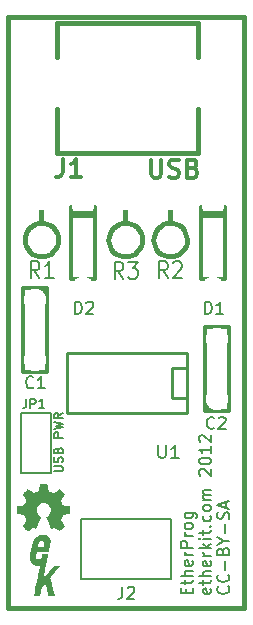
<source format=gto>
G04 (created by PCBNEW-RS274X (2011-nov-30)-testing) date Tue 10 Apr 2012 11:35:02 PM PDT*
G01*
G70*
G90*
%MOIN*%
G04 Gerber Fmt 3.4, Leading zero omitted, Abs format*
%FSLAX34Y34*%
G04 APERTURE LIST*
%ADD10C,0.006000*%
%ADD11C,0.005900*%
%ADD12C,0.015000*%
%ADD13C,0.012000*%
%ADD14C,0.010000*%
%ADD15C,0.000100*%
%ADD16C,0.008000*%
%ADD17R,0.080000X0.080000*%
%ADD18C,0.080000*%
%ADD19C,0.075000*%
%ADD20R,0.075000X0.075000*%
%ADD21C,0.075100*%
%ADD22C,0.149900*%
G04 APERTURE END LIST*
G54D10*
G54D11*
X64992Y-34945D02*
X64992Y-34814D01*
X65198Y-34758D02*
X65198Y-34945D01*
X64804Y-34945D01*
X64804Y-34758D01*
X64936Y-34645D02*
X64936Y-34495D01*
X64804Y-34589D02*
X65142Y-34589D01*
X65180Y-34570D01*
X65198Y-34533D01*
X65198Y-34495D01*
X65198Y-34364D02*
X64804Y-34364D01*
X65198Y-34195D02*
X64992Y-34195D01*
X64955Y-34214D01*
X64936Y-34252D01*
X64936Y-34308D01*
X64955Y-34345D01*
X64973Y-34364D01*
X65180Y-33858D02*
X65198Y-33896D01*
X65198Y-33971D01*
X65180Y-34008D01*
X65142Y-34027D01*
X64992Y-34027D01*
X64955Y-34008D01*
X64936Y-33971D01*
X64936Y-33896D01*
X64955Y-33858D01*
X64992Y-33839D01*
X65030Y-33839D01*
X65067Y-34027D01*
X65198Y-33670D02*
X64936Y-33670D01*
X65011Y-33670D02*
X64973Y-33651D01*
X64955Y-33633D01*
X64936Y-33595D01*
X64936Y-33558D01*
X65198Y-33426D02*
X64804Y-33426D01*
X64804Y-33276D01*
X64823Y-33239D01*
X64842Y-33220D01*
X64880Y-33201D01*
X64936Y-33201D01*
X64973Y-33220D01*
X64992Y-33239D01*
X65011Y-33276D01*
X65011Y-33426D01*
X65198Y-33032D02*
X64936Y-33032D01*
X65011Y-33032D02*
X64973Y-33013D01*
X64955Y-32995D01*
X64936Y-32957D01*
X64936Y-32920D01*
X65198Y-32732D02*
X65180Y-32769D01*
X65161Y-32788D01*
X65123Y-32807D01*
X65011Y-32807D01*
X64973Y-32788D01*
X64955Y-32769D01*
X64936Y-32732D01*
X64936Y-32676D01*
X64955Y-32638D01*
X64973Y-32619D01*
X65011Y-32601D01*
X65123Y-32601D01*
X65161Y-32619D01*
X65180Y-32638D01*
X65198Y-32676D01*
X65198Y-32732D01*
X64936Y-32263D02*
X65255Y-32263D01*
X65292Y-32282D01*
X65311Y-32301D01*
X65330Y-32338D01*
X65330Y-32395D01*
X65311Y-32432D01*
X65180Y-32263D02*
X65198Y-32301D01*
X65198Y-32376D01*
X65180Y-32413D01*
X65161Y-32432D01*
X65123Y-32451D01*
X65011Y-32451D01*
X64973Y-32432D01*
X64955Y-32413D01*
X64936Y-32376D01*
X64936Y-32301D01*
X64955Y-32263D01*
X65790Y-34795D02*
X65808Y-34833D01*
X65808Y-34908D01*
X65790Y-34945D01*
X65752Y-34964D01*
X65602Y-34964D01*
X65565Y-34945D01*
X65546Y-34908D01*
X65546Y-34833D01*
X65565Y-34795D01*
X65602Y-34776D01*
X65640Y-34776D01*
X65677Y-34964D01*
X65546Y-34663D02*
X65546Y-34513D01*
X65414Y-34607D02*
X65752Y-34607D01*
X65790Y-34588D01*
X65808Y-34551D01*
X65808Y-34513D01*
X65808Y-34382D02*
X65414Y-34382D01*
X65808Y-34213D02*
X65602Y-34213D01*
X65565Y-34232D01*
X65546Y-34270D01*
X65546Y-34326D01*
X65565Y-34363D01*
X65583Y-34382D01*
X65790Y-33876D02*
X65808Y-33914D01*
X65808Y-33989D01*
X65790Y-34026D01*
X65752Y-34045D01*
X65602Y-34045D01*
X65565Y-34026D01*
X65546Y-33989D01*
X65546Y-33914D01*
X65565Y-33876D01*
X65602Y-33857D01*
X65640Y-33857D01*
X65677Y-34045D01*
X65808Y-33688D02*
X65546Y-33688D01*
X65621Y-33688D02*
X65583Y-33669D01*
X65565Y-33651D01*
X65546Y-33613D01*
X65546Y-33576D01*
X65808Y-33444D02*
X65414Y-33444D01*
X65658Y-33407D02*
X65808Y-33294D01*
X65546Y-33294D02*
X65696Y-33444D01*
X65808Y-33125D02*
X65546Y-33125D01*
X65414Y-33125D02*
X65433Y-33144D01*
X65452Y-33125D01*
X65433Y-33106D01*
X65414Y-33125D01*
X65452Y-33125D01*
X65546Y-32993D02*
X65546Y-32843D01*
X65414Y-32937D02*
X65752Y-32937D01*
X65790Y-32918D01*
X65808Y-32881D01*
X65808Y-32843D01*
X65771Y-32712D02*
X65790Y-32693D01*
X65808Y-32712D01*
X65790Y-32731D01*
X65771Y-32712D01*
X65808Y-32712D01*
X65790Y-32355D02*
X65808Y-32393D01*
X65808Y-32468D01*
X65790Y-32505D01*
X65771Y-32524D01*
X65733Y-32543D01*
X65621Y-32543D01*
X65583Y-32524D01*
X65565Y-32505D01*
X65546Y-32468D01*
X65546Y-32393D01*
X65565Y-32355D01*
X65808Y-32130D02*
X65790Y-32167D01*
X65771Y-32186D01*
X65733Y-32205D01*
X65621Y-32205D01*
X65583Y-32186D01*
X65565Y-32167D01*
X65546Y-32130D01*
X65546Y-32074D01*
X65565Y-32036D01*
X65583Y-32017D01*
X65621Y-31999D01*
X65733Y-31999D01*
X65771Y-32017D01*
X65790Y-32036D01*
X65808Y-32074D01*
X65808Y-32130D01*
X65808Y-31830D02*
X65546Y-31830D01*
X65583Y-31830D02*
X65565Y-31811D01*
X65546Y-31774D01*
X65546Y-31718D01*
X65565Y-31680D01*
X65602Y-31661D01*
X65808Y-31661D01*
X65602Y-31661D02*
X65565Y-31643D01*
X65546Y-31605D01*
X65546Y-31549D01*
X65565Y-31511D01*
X65602Y-31492D01*
X65808Y-31492D01*
X65452Y-31024D02*
X65433Y-31005D01*
X65414Y-30968D01*
X65414Y-30874D01*
X65433Y-30836D01*
X65452Y-30818D01*
X65490Y-30799D01*
X65527Y-30799D01*
X65583Y-30818D01*
X65808Y-31043D01*
X65808Y-30799D01*
X65414Y-30555D02*
X65414Y-30518D01*
X65433Y-30480D01*
X65452Y-30461D01*
X65490Y-30443D01*
X65565Y-30424D01*
X65658Y-30424D01*
X65733Y-30443D01*
X65771Y-30461D01*
X65790Y-30480D01*
X65808Y-30518D01*
X65808Y-30555D01*
X65790Y-30593D01*
X65771Y-30611D01*
X65733Y-30630D01*
X65658Y-30649D01*
X65565Y-30649D01*
X65490Y-30630D01*
X65452Y-30611D01*
X65433Y-30593D01*
X65414Y-30555D01*
X65808Y-30049D02*
X65808Y-30274D01*
X65808Y-30161D02*
X65414Y-30161D01*
X65471Y-30199D01*
X65508Y-30236D01*
X65527Y-30274D01*
X65452Y-29899D02*
X65433Y-29880D01*
X65414Y-29843D01*
X65414Y-29749D01*
X65433Y-29711D01*
X65452Y-29693D01*
X65490Y-29674D01*
X65527Y-29674D01*
X65583Y-29693D01*
X65808Y-29918D01*
X65808Y-29674D01*
X66381Y-34720D02*
X66400Y-34739D01*
X66418Y-34795D01*
X66418Y-34833D01*
X66400Y-34889D01*
X66362Y-34926D01*
X66325Y-34945D01*
X66250Y-34964D01*
X66193Y-34964D01*
X66118Y-34945D01*
X66081Y-34926D01*
X66043Y-34889D01*
X66024Y-34833D01*
X66024Y-34795D01*
X66043Y-34739D01*
X66062Y-34720D01*
X66381Y-34326D02*
X66400Y-34345D01*
X66418Y-34401D01*
X66418Y-34439D01*
X66400Y-34495D01*
X66362Y-34532D01*
X66325Y-34551D01*
X66250Y-34570D01*
X66193Y-34570D01*
X66118Y-34551D01*
X66081Y-34532D01*
X66043Y-34495D01*
X66024Y-34439D01*
X66024Y-34401D01*
X66043Y-34345D01*
X66062Y-34326D01*
X66268Y-34157D02*
X66268Y-33857D01*
X66212Y-33538D02*
X66231Y-33482D01*
X66250Y-33463D01*
X66287Y-33444D01*
X66343Y-33444D01*
X66381Y-33463D01*
X66400Y-33482D01*
X66418Y-33519D01*
X66418Y-33669D01*
X66024Y-33669D01*
X66024Y-33538D01*
X66043Y-33500D01*
X66062Y-33482D01*
X66100Y-33463D01*
X66137Y-33463D01*
X66175Y-33482D01*
X66193Y-33500D01*
X66212Y-33538D01*
X66212Y-33669D01*
X66231Y-33200D02*
X66418Y-33200D01*
X66024Y-33331D02*
X66231Y-33200D01*
X66024Y-33069D01*
X66268Y-32937D02*
X66268Y-32637D01*
X66400Y-32468D02*
X66418Y-32412D01*
X66418Y-32318D01*
X66400Y-32280D01*
X66381Y-32262D01*
X66343Y-32243D01*
X66306Y-32243D01*
X66268Y-32262D01*
X66250Y-32280D01*
X66231Y-32318D01*
X66212Y-32393D01*
X66193Y-32430D01*
X66175Y-32449D01*
X66137Y-32468D01*
X66100Y-32468D01*
X66062Y-32449D01*
X66043Y-32430D01*
X66024Y-32393D01*
X66024Y-32299D01*
X66043Y-32243D01*
X66306Y-32093D02*
X66306Y-31905D01*
X66418Y-32130D02*
X66024Y-31999D01*
X66418Y-31868D01*
G54D12*
X66929Y-15748D02*
X59055Y-15748D01*
X66929Y-35433D02*
X66929Y-15748D01*
X59055Y-35433D02*
X66929Y-35433D01*
X59055Y-15748D02*
X59055Y-35433D01*
G54D10*
X60480Y-30941D02*
X59480Y-30941D01*
X59480Y-30941D02*
X59480Y-28941D01*
X59480Y-28941D02*
X60480Y-28941D01*
X60480Y-28941D02*
X60480Y-30941D01*
G54D13*
X60361Y-24781D02*
X60361Y-27581D01*
X60361Y-27581D02*
X59561Y-27581D01*
X59561Y-27581D02*
X59561Y-24781D01*
X59561Y-24781D02*
X60361Y-24781D01*
X60161Y-24781D02*
X60361Y-24981D01*
X65624Y-28861D02*
X65624Y-26061D01*
X65624Y-26061D02*
X66424Y-26061D01*
X66424Y-26061D02*
X66424Y-28861D01*
X66424Y-28861D02*
X65624Y-28861D01*
X65824Y-28861D02*
X65624Y-28661D01*
X65866Y-21768D02*
X65866Y-22068D01*
X65866Y-22068D02*
X65466Y-22068D01*
X65466Y-22068D02*
X65466Y-24468D01*
X65466Y-24468D02*
X65866Y-24468D01*
X65866Y-24468D02*
X65866Y-24768D01*
X65866Y-24468D02*
X66266Y-24468D01*
X66266Y-24468D02*
X66266Y-22068D01*
X66266Y-22068D02*
X65866Y-22068D01*
X65466Y-22268D02*
X66266Y-22268D01*
X66266Y-22368D02*
X65466Y-22368D01*
X61555Y-21787D02*
X61555Y-22087D01*
X61555Y-22087D02*
X61155Y-22087D01*
X61155Y-22087D02*
X61155Y-24487D01*
X61155Y-24487D02*
X61555Y-24487D01*
X61555Y-24487D02*
X61555Y-24787D01*
X61555Y-24487D02*
X61955Y-24487D01*
X61955Y-24487D02*
X61955Y-22087D01*
X61955Y-22087D02*
X61555Y-22087D01*
X61155Y-22287D02*
X61955Y-22287D01*
X61955Y-22387D02*
X61155Y-22387D01*
G54D12*
X60158Y-22598D02*
X60158Y-22205D01*
X60717Y-23158D02*
X60706Y-23266D01*
X60674Y-23371D01*
X60623Y-23467D01*
X60554Y-23551D01*
X60470Y-23621D01*
X60374Y-23673D01*
X60270Y-23705D01*
X60161Y-23716D01*
X60054Y-23707D01*
X59949Y-23676D01*
X59852Y-23625D01*
X59767Y-23557D01*
X59697Y-23473D01*
X59645Y-23378D01*
X59612Y-23274D01*
X59600Y-23165D01*
X59609Y-23058D01*
X59639Y-22953D01*
X59689Y-22856D01*
X59756Y-22770D01*
X59839Y-22699D01*
X59935Y-22646D01*
X60038Y-22613D01*
X60147Y-22600D01*
X60255Y-22608D01*
X60360Y-22637D01*
X60457Y-22687D01*
X60543Y-22754D01*
X60614Y-22836D01*
X60668Y-22931D01*
X60703Y-23035D01*
X60716Y-23143D01*
X60717Y-23158D01*
X64449Y-22598D02*
X64449Y-22205D01*
X65008Y-23158D02*
X64997Y-23266D01*
X64965Y-23371D01*
X64914Y-23467D01*
X64845Y-23551D01*
X64761Y-23621D01*
X64665Y-23673D01*
X64561Y-23705D01*
X64452Y-23716D01*
X64345Y-23707D01*
X64240Y-23676D01*
X64143Y-23625D01*
X64058Y-23557D01*
X63988Y-23473D01*
X63936Y-23378D01*
X63903Y-23274D01*
X63891Y-23165D01*
X63900Y-23058D01*
X63930Y-22953D01*
X63980Y-22856D01*
X64047Y-22770D01*
X64130Y-22699D01*
X64226Y-22646D01*
X64329Y-22613D01*
X64438Y-22600D01*
X64546Y-22608D01*
X64651Y-22637D01*
X64748Y-22687D01*
X64834Y-22754D01*
X64905Y-22836D01*
X64959Y-22931D01*
X64994Y-23035D01*
X65007Y-23143D01*
X65008Y-23158D01*
X62953Y-22598D02*
X62953Y-22205D01*
X63512Y-23158D02*
X63501Y-23266D01*
X63469Y-23371D01*
X63418Y-23467D01*
X63349Y-23551D01*
X63265Y-23621D01*
X63169Y-23673D01*
X63065Y-23705D01*
X62956Y-23716D01*
X62849Y-23707D01*
X62744Y-23676D01*
X62647Y-23625D01*
X62562Y-23557D01*
X62492Y-23473D01*
X62440Y-23378D01*
X62407Y-23274D01*
X62395Y-23165D01*
X62404Y-23058D01*
X62434Y-22953D01*
X62484Y-22856D01*
X62551Y-22770D01*
X62634Y-22699D01*
X62730Y-22646D01*
X62833Y-22613D01*
X62942Y-22600D01*
X63050Y-22608D01*
X63155Y-22637D01*
X63252Y-22687D01*
X63338Y-22754D01*
X63409Y-22836D01*
X63463Y-22931D01*
X63498Y-23035D01*
X63511Y-23143D01*
X63512Y-23158D01*
G54D14*
X65012Y-28433D02*
X64512Y-28433D01*
X64512Y-28433D02*
X64512Y-27433D01*
X64512Y-27433D02*
X65012Y-27433D01*
X65012Y-28933D02*
X61012Y-28933D01*
X61012Y-28933D02*
X61012Y-26933D01*
X61012Y-26933D02*
X65012Y-26933D01*
X65012Y-26933D02*
X65012Y-28933D01*
G54D12*
X65393Y-17066D02*
X65393Y-15944D01*
X65393Y-15944D02*
X60669Y-15944D01*
X60669Y-18799D02*
X60669Y-20255D01*
X60669Y-20255D02*
X65393Y-20255D01*
X65393Y-20255D02*
X65393Y-18799D01*
X60669Y-15944D02*
X60669Y-17066D01*
G54D15*
G36*
X59705Y-32874D02*
X59714Y-32869D01*
X59735Y-32856D01*
X59764Y-32837D01*
X59799Y-32814D01*
X59833Y-32790D01*
X59862Y-32771D01*
X59882Y-32758D01*
X59890Y-32754D01*
X59895Y-32755D01*
X59911Y-32763D01*
X59935Y-32776D01*
X59949Y-32783D01*
X59971Y-32792D01*
X59982Y-32794D01*
X59984Y-32791D01*
X59992Y-32775D01*
X60004Y-32746D01*
X60021Y-32708D01*
X60040Y-32663D01*
X60060Y-32615D01*
X60081Y-32567D01*
X60100Y-32520D01*
X60117Y-32478D01*
X60131Y-32444D01*
X60140Y-32420D01*
X60143Y-32410D01*
X60142Y-32408D01*
X60131Y-32397D01*
X60112Y-32383D01*
X60071Y-32349D01*
X60030Y-32298D01*
X60005Y-32240D01*
X59996Y-32175D01*
X60003Y-32116D01*
X60027Y-32059D01*
X60067Y-32007D01*
X60116Y-31969D01*
X60172Y-31944D01*
X60236Y-31936D01*
X60297Y-31943D01*
X60355Y-31966D01*
X60407Y-32006D01*
X60429Y-32031D01*
X60459Y-32083D01*
X60476Y-32139D01*
X60478Y-32153D01*
X60475Y-32215D01*
X60457Y-32274D01*
X60425Y-32326D01*
X60380Y-32370D01*
X60374Y-32374D01*
X60353Y-32389D01*
X60339Y-32400D01*
X60328Y-32409D01*
X60406Y-32598D01*
X60419Y-32628D01*
X60440Y-32679D01*
X60459Y-32724D01*
X60475Y-32759D01*
X60485Y-32783D01*
X60490Y-32792D01*
X60490Y-32793D01*
X60497Y-32794D01*
X60511Y-32789D01*
X60538Y-32776D01*
X60555Y-32767D01*
X60575Y-32757D01*
X60584Y-32754D01*
X60592Y-32758D01*
X60611Y-32770D01*
X60639Y-32789D01*
X60673Y-32812D01*
X60705Y-32834D01*
X60734Y-32853D01*
X60756Y-32867D01*
X60766Y-32873D01*
X60768Y-32873D01*
X60777Y-32868D01*
X60794Y-32853D01*
X60820Y-32829D01*
X60856Y-32793D01*
X60862Y-32788D01*
X60892Y-32757D01*
X60916Y-32732D01*
X60932Y-32714D01*
X60938Y-32705D01*
X60938Y-32705D01*
X60933Y-32695D01*
X60919Y-32674D01*
X60900Y-32644D01*
X60876Y-32609D01*
X60813Y-32518D01*
X60848Y-32432D01*
X60858Y-32406D01*
X60872Y-32374D01*
X60882Y-32352D01*
X60887Y-32342D01*
X60896Y-32338D01*
X60919Y-32333D01*
X60953Y-32326D01*
X60994Y-32318D01*
X61033Y-32311D01*
X61067Y-32304D01*
X61093Y-32299D01*
X61104Y-32297D01*
X61107Y-32296D01*
X61109Y-32290D01*
X61110Y-32278D01*
X61111Y-32257D01*
X61112Y-32224D01*
X61112Y-32175D01*
X61112Y-32170D01*
X61111Y-32124D01*
X61111Y-32087D01*
X61109Y-32064D01*
X61108Y-32054D01*
X61108Y-32054D01*
X61097Y-32052D01*
X61072Y-32046D01*
X61037Y-32040D01*
X60996Y-32032D01*
X60993Y-32031D01*
X60952Y-32023D01*
X60917Y-32016D01*
X60893Y-32010D01*
X60882Y-32007D01*
X60880Y-32004D01*
X60872Y-31988D01*
X60860Y-31962D01*
X60846Y-31931D01*
X60833Y-31898D01*
X60821Y-31869D01*
X60813Y-31847D01*
X60811Y-31837D01*
X60811Y-31837D01*
X60817Y-31827D01*
X60831Y-31806D01*
X60851Y-31776D01*
X60876Y-31741D01*
X60877Y-31738D01*
X60901Y-31703D01*
X60921Y-31673D01*
X60933Y-31652D01*
X60938Y-31643D01*
X60938Y-31642D01*
X60930Y-31632D01*
X60912Y-31612D01*
X60887Y-31585D01*
X60856Y-31554D01*
X60846Y-31544D01*
X60812Y-31511D01*
X60789Y-31489D01*
X60774Y-31478D01*
X60767Y-31475D01*
X60767Y-31475D01*
X60756Y-31482D01*
X60734Y-31496D01*
X60704Y-31517D01*
X60668Y-31541D01*
X60666Y-31542D01*
X60631Y-31566D01*
X60602Y-31586D01*
X60581Y-31600D01*
X60572Y-31605D01*
X60570Y-31605D01*
X60556Y-31601D01*
X60531Y-31592D01*
X60501Y-31580D01*
X60468Y-31567D01*
X60439Y-31555D01*
X60417Y-31545D01*
X60406Y-31539D01*
X60406Y-31538D01*
X60402Y-31526D01*
X60396Y-31500D01*
X60389Y-31464D01*
X60381Y-31421D01*
X60379Y-31414D01*
X60371Y-31372D01*
X60365Y-31338D01*
X60360Y-31314D01*
X60357Y-31304D01*
X60351Y-31303D01*
X60331Y-31301D01*
X60300Y-31300D01*
X60262Y-31300D01*
X60223Y-31300D01*
X60184Y-31301D01*
X60151Y-31302D01*
X60128Y-31304D01*
X60118Y-31306D01*
X60117Y-31306D01*
X60114Y-31319D01*
X60108Y-31345D01*
X60101Y-31382D01*
X60092Y-31425D01*
X60091Y-31432D01*
X60083Y-31474D01*
X60076Y-31508D01*
X60071Y-31532D01*
X60068Y-31541D01*
X60065Y-31543D01*
X60047Y-31550D01*
X60019Y-31562D01*
X59985Y-31576D01*
X59905Y-31608D01*
X59806Y-31541D01*
X59797Y-31535D01*
X59762Y-31511D01*
X59733Y-31491D01*
X59713Y-31478D01*
X59704Y-31474D01*
X59704Y-31474D01*
X59694Y-31483D01*
X59674Y-31501D01*
X59648Y-31527D01*
X59617Y-31558D01*
X59594Y-31580D01*
X59567Y-31608D01*
X59549Y-31627D01*
X59540Y-31639D01*
X59537Y-31646D01*
X59538Y-31651D01*
X59544Y-31661D01*
X59558Y-31682D01*
X59579Y-31712D01*
X59603Y-31747D01*
X59622Y-31776D01*
X59644Y-31809D01*
X59658Y-31833D01*
X59662Y-31844D01*
X59661Y-31849D01*
X59654Y-31868D01*
X59643Y-31897D01*
X59628Y-31932D01*
X59594Y-32010D01*
X59543Y-32020D01*
X59512Y-32025D01*
X59468Y-32034D01*
X59427Y-32042D01*
X59362Y-32054D01*
X59360Y-32291D01*
X59370Y-32295D01*
X59380Y-32298D01*
X59404Y-32303D01*
X59438Y-32310D01*
X59478Y-32318D01*
X59512Y-32324D01*
X59547Y-32331D01*
X59572Y-32336D01*
X59583Y-32338D01*
X59586Y-32342D01*
X59594Y-32358D01*
X59607Y-32385D01*
X59620Y-32417D01*
X59634Y-32450D01*
X59646Y-32481D01*
X59655Y-32504D01*
X59658Y-32517D01*
X59653Y-32526D01*
X59640Y-32546D01*
X59621Y-32575D01*
X59598Y-32609D01*
X59574Y-32644D01*
X59554Y-32673D01*
X59541Y-32694D01*
X59535Y-32704D01*
X59538Y-32711D01*
X59551Y-32727D01*
X59577Y-32754D01*
X59616Y-32792D01*
X59622Y-32798D01*
X59653Y-32828D01*
X59679Y-32852D01*
X59697Y-32868D01*
X59705Y-32874D01*
X59705Y-32874D01*
G37*
G36*
X60504Y-35042D02*
X60520Y-35042D01*
X60570Y-35041D01*
X60603Y-35039D01*
X60615Y-35036D01*
X60613Y-35028D01*
X60606Y-35000D01*
X60593Y-34953D01*
X60577Y-34892D01*
X60557Y-34819D01*
X60518Y-34677D01*
X60497Y-34602D01*
X60480Y-34536D01*
X60466Y-34485D01*
X60457Y-34450D01*
X60454Y-34436D01*
X60454Y-34435D01*
X60465Y-34419D01*
X60488Y-34387D01*
X60522Y-34343D01*
X60564Y-34290D01*
X60612Y-34230D01*
X60770Y-34035D01*
X60568Y-34035D01*
X60402Y-34248D01*
X60380Y-34275D01*
X60334Y-34334D01*
X60294Y-34385D01*
X60262Y-34425D01*
X60242Y-34450D01*
X60234Y-34459D01*
X60235Y-34453D01*
X60240Y-34425D01*
X60249Y-34378D01*
X60261Y-34315D01*
X60276Y-34237D01*
X60293Y-34149D01*
X60312Y-34053D01*
X60325Y-33985D01*
X60344Y-33893D01*
X60360Y-33811D01*
X60373Y-33741D01*
X60383Y-33687D01*
X60390Y-33652D01*
X60392Y-33637D01*
X60392Y-33634D01*
X60387Y-33630D01*
X60372Y-33628D01*
X60342Y-33628D01*
X60292Y-33628D01*
X60192Y-33630D01*
X60182Y-33679D01*
X60171Y-33725D01*
X60155Y-33758D01*
X60132Y-33785D01*
X60116Y-33799D01*
X60088Y-33814D01*
X60053Y-33818D01*
X60051Y-33818D01*
X60023Y-33814D01*
X60000Y-33799D01*
X59996Y-33795D01*
X59981Y-33776D01*
X59975Y-33753D01*
X59978Y-33717D01*
X59987Y-33664D01*
X59995Y-33628D01*
X60001Y-33598D01*
X60003Y-33586D01*
X60009Y-33585D01*
X60035Y-33585D01*
X60064Y-33584D01*
X60064Y-33416D01*
X60044Y-33414D01*
X60037Y-33411D01*
X60036Y-33406D01*
X60038Y-33400D01*
X60044Y-33374D01*
X60052Y-33337D01*
X60056Y-33321D01*
X60067Y-33282D01*
X60078Y-33255D01*
X60081Y-33250D01*
X60109Y-33219D01*
X60147Y-33200D01*
X60188Y-33194D01*
X60223Y-33202D01*
X60248Y-33226D01*
X60249Y-33228D01*
X60256Y-33263D01*
X60254Y-33312D01*
X60245Y-33367D01*
X60234Y-33413D01*
X60134Y-33415D01*
X60101Y-33416D01*
X60064Y-33416D01*
X60064Y-33584D01*
X60079Y-33584D01*
X60136Y-33584D01*
X60204Y-33583D01*
X60404Y-33583D01*
X60408Y-33569D01*
X60409Y-33566D01*
X60418Y-33524D01*
X60428Y-33469D01*
X60439Y-33409D01*
X60450Y-33349D01*
X60458Y-33296D01*
X60464Y-33254D01*
X60467Y-33231D01*
X60466Y-33219D01*
X60452Y-33148D01*
X60417Y-33086D01*
X60367Y-33036D01*
X60304Y-33006D01*
X60297Y-33004D01*
X60250Y-32997D01*
X60195Y-32997D01*
X60146Y-33003D01*
X60099Y-33017D01*
X60027Y-33057D01*
X59961Y-33113D01*
X59907Y-33179D01*
X59870Y-33250D01*
X59867Y-33259D01*
X59859Y-33294D01*
X59848Y-33345D01*
X59834Y-33407D01*
X59820Y-33476D01*
X59806Y-33547D01*
X59793Y-33615D01*
X59782Y-33674D01*
X59774Y-33720D01*
X59770Y-33748D01*
X59770Y-33788D01*
X59778Y-33853D01*
X59798Y-33907D01*
X59806Y-33920D01*
X59852Y-33971D01*
X59914Y-34007D01*
X59986Y-34025D01*
X60063Y-34023D01*
X60072Y-34022D01*
X60100Y-34018D01*
X60112Y-34018D01*
X60112Y-34021D01*
X60108Y-34045D01*
X60099Y-34089D01*
X60087Y-34150D01*
X60072Y-34228D01*
X60055Y-34318D01*
X60035Y-34418D01*
X60002Y-34582D01*
X59981Y-34686D01*
X59962Y-34782D01*
X59946Y-34866D01*
X59932Y-34937D01*
X59922Y-34990D01*
X59916Y-35025D01*
X59915Y-35037D01*
X59916Y-35038D01*
X59934Y-35040D01*
X59969Y-35041D01*
X60016Y-35042D01*
X60057Y-35042D01*
X60090Y-35041D01*
X60107Y-35039D01*
X60115Y-35035D01*
X60117Y-35028D01*
X60119Y-35018D01*
X60126Y-34987D01*
X60134Y-34942D01*
X60145Y-34888D01*
X60148Y-34872D01*
X60162Y-34808D01*
X60173Y-34768D01*
X60181Y-34749D01*
X60185Y-34745D01*
X60215Y-34711D01*
X60246Y-34676D01*
X60275Y-34646D01*
X60295Y-34625D01*
X60303Y-34617D01*
X60305Y-34623D01*
X60311Y-34649D01*
X60320Y-34693D01*
X60332Y-34750D01*
X60345Y-34816D01*
X60355Y-34862D01*
X60368Y-34924D01*
X60378Y-34976D01*
X60386Y-35012D01*
X60389Y-35028D01*
X60390Y-35029D01*
X60392Y-35035D01*
X60400Y-35039D01*
X60418Y-35041D01*
X60451Y-35042D01*
X60504Y-35042D01*
X60504Y-35042D01*
G37*
G54D16*
X61492Y-32465D02*
X64492Y-32465D01*
X64492Y-34465D02*
X61492Y-34465D01*
X61492Y-34465D02*
X61492Y-32465D01*
X64492Y-32465D02*
X64492Y-34465D01*
G54D10*
X59652Y-28463D02*
X59652Y-28678D01*
X59638Y-28721D01*
X59609Y-28749D01*
X59566Y-28763D01*
X59538Y-28763D01*
X59795Y-28763D02*
X59795Y-28463D01*
X59910Y-28463D01*
X59938Y-28478D01*
X59953Y-28492D01*
X59967Y-28521D01*
X59967Y-28563D01*
X59953Y-28592D01*
X59938Y-28606D01*
X59910Y-28621D01*
X59795Y-28621D01*
X60253Y-28763D02*
X60081Y-28763D01*
X60167Y-28763D02*
X60167Y-28463D01*
X60138Y-28506D01*
X60110Y-28535D01*
X60081Y-28549D01*
X60569Y-30886D02*
X60812Y-30886D01*
X60841Y-30871D01*
X60855Y-30857D01*
X60869Y-30828D01*
X60869Y-30771D01*
X60855Y-30743D01*
X60841Y-30728D01*
X60812Y-30714D01*
X60569Y-30714D01*
X60855Y-30586D02*
X60869Y-30543D01*
X60869Y-30472D01*
X60855Y-30443D01*
X60841Y-30429D01*
X60812Y-30414D01*
X60784Y-30414D01*
X60755Y-30429D01*
X60741Y-30443D01*
X60727Y-30472D01*
X60712Y-30529D01*
X60698Y-30557D01*
X60684Y-30572D01*
X60655Y-30586D01*
X60627Y-30586D01*
X60598Y-30572D01*
X60584Y-30557D01*
X60569Y-30529D01*
X60569Y-30457D01*
X60584Y-30414D01*
X60712Y-30186D02*
X60727Y-30143D01*
X60741Y-30128D01*
X60769Y-30114D01*
X60812Y-30114D01*
X60841Y-30128D01*
X60855Y-30143D01*
X60869Y-30171D01*
X60869Y-30286D01*
X60569Y-30286D01*
X60569Y-30186D01*
X60584Y-30157D01*
X60598Y-30143D01*
X60627Y-30128D01*
X60655Y-30128D01*
X60684Y-30143D01*
X60698Y-30157D01*
X60712Y-30186D01*
X60712Y-30286D01*
X60869Y-29757D02*
X60569Y-29757D01*
X60569Y-29642D01*
X60584Y-29614D01*
X60598Y-29599D01*
X60627Y-29585D01*
X60669Y-29585D01*
X60698Y-29599D01*
X60712Y-29614D01*
X60727Y-29642D01*
X60727Y-29757D01*
X60569Y-29485D02*
X60869Y-29414D01*
X60655Y-29357D01*
X60869Y-29299D01*
X60569Y-29228D01*
X60869Y-28942D02*
X60727Y-29042D01*
X60869Y-29114D02*
X60569Y-29114D01*
X60569Y-28999D01*
X60584Y-28971D01*
X60598Y-28956D01*
X60627Y-28942D01*
X60669Y-28942D01*
X60698Y-28956D01*
X60712Y-28971D01*
X60727Y-28999D01*
X60727Y-29114D01*
G54D16*
X59895Y-28077D02*
X59876Y-28096D01*
X59819Y-28115D01*
X59781Y-28115D01*
X59723Y-28096D01*
X59685Y-28058D01*
X59666Y-28020D01*
X59647Y-27943D01*
X59647Y-27886D01*
X59666Y-27810D01*
X59685Y-27772D01*
X59723Y-27734D01*
X59781Y-27715D01*
X59819Y-27715D01*
X59876Y-27734D01*
X59895Y-27753D01*
X60276Y-28115D02*
X60047Y-28115D01*
X60161Y-28115D02*
X60161Y-27715D01*
X60123Y-27772D01*
X60085Y-27810D01*
X60047Y-27829D01*
X65918Y-29435D02*
X65899Y-29454D01*
X65842Y-29473D01*
X65804Y-29473D01*
X65746Y-29454D01*
X65708Y-29416D01*
X65689Y-29378D01*
X65670Y-29301D01*
X65670Y-29244D01*
X65689Y-29168D01*
X65708Y-29130D01*
X65746Y-29092D01*
X65804Y-29073D01*
X65842Y-29073D01*
X65899Y-29092D01*
X65918Y-29111D01*
X66070Y-29111D02*
X66089Y-29092D01*
X66127Y-29073D01*
X66223Y-29073D01*
X66261Y-29092D01*
X66280Y-29111D01*
X66299Y-29149D01*
X66299Y-29187D01*
X66280Y-29244D01*
X66051Y-29473D01*
X66299Y-29473D01*
X65611Y-25634D02*
X65611Y-25234D01*
X65706Y-25234D01*
X65764Y-25253D01*
X65802Y-25291D01*
X65821Y-25329D01*
X65840Y-25405D01*
X65840Y-25462D01*
X65821Y-25539D01*
X65802Y-25577D01*
X65764Y-25615D01*
X65706Y-25634D01*
X65611Y-25634D01*
X66221Y-25634D02*
X65992Y-25634D01*
X66106Y-25634D02*
X66106Y-25234D01*
X66068Y-25291D01*
X66030Y-25329D01*
X65992Y-25348D01*
X61279Y-25634D02*
X61279Y-25234D01*
X61374Y-25234D01*
X61432Y-25253D01*
X61470Y-25291D01*
X61489Y-25329D01*
X61508Y-25405D01*
X61508Y-25462D01*
X61489Y-25539D01*
X61470Y-25577D01*
X61432Y-25615D01*
X61374Y-25634D01*
X61279Y-25634D01*
X61660Y-25272D02*
X61679Y-25253D01*
X61717Y-25234D01*
X61813Y-25234D01*
X61851Y-25253D01*
X61870Y-25272D01*
X61889Y-25310D01*
X61889Y-25348D01*
X61870Y-25405D01*
X61641Y-25634D01*
X61889Y-25634D01*
X60095Y-24436D02*
X59928Y-24174D01*
X59809Y-24436D02*
X59809Y-23886D01*
X60000Y-23886D01*
X60047Y-23912D01*
X60071Y-23938D01*
X60095Y-23990D01*
X60095Y-24069D01*
X60071Y-24121D01*
X60047Y-24148D01*
X60000Y-24174D01*
X59809Y-24174D01*
X60571Y-24436D02*
X60285Y-24436D01*
X60428Y-24436D02*
X60428Y-23886D01*
X60380Y-23964D01*
X60333Y-24017D01*
X60285Y-24043D01*
X64366Y-24436D02*
X64199Y-24174D01*
X64080Y-24436D02*
X64080Y-23886D01*
X64271Y-23886D01*
X64318Y-23912D01*
X64342Y-23938D01*
X64366Y-23990D01*
X64366Y-24069D01*
X64342Y-24121D01*
X64318Y-24148D01*
X64271Y-24174D01*
X64080Y-24174D01*
X64556Y-23938D02*
X64580Y-23912D01*
X64628Y-23886D01*
X64747Y-23886D01*
X64794Y-23912D01*
X64818Y-23938D01*
X64842Y-23990D01*
X64842Y-24043D01*
X64818Y-24121D01*
X64532Y-24436D01*
X64842Y-24436D01*
X62889Y-24455D02*
X62722Y-24193D01*
X62603Y-24455D02*
X62603Y-23905D01*
X62794Y-23905D01*
X62841Y-23931D01*
X62865Y-23957D01*
X62889Y-24009D01*
X62889Y-24088D01*
X62865Y-24140D01*
X62841Y-24167D01*
X62794Y-24193D01*
X62603Y-24193D01*
X63055Y-23905D02*
X63365Y-23905D01*
X63198Y-24114D01*
X63270Y-24114D01*
X63317Y-24140D01*
X63341Y-24167D01*
X63365Y-24219D01*
X63365Y-24350D01*
X63341Y-24402D01*
X63317Y-24428D01*
X63270Y-24455D01*
X63127Y-24455D01*
X63079Y-24428D01*
X63055Y-24402D01*
X64060Y-29998D02*
X64060Y-30348D01*
X64081Y-30390D01*
X64101Y-30410D01*
X64143Y-30431D01*
X64225Y-30431D01*
X64266Y-30410D01*
X64287Y-30390D01*
X64308Y-30348D01*
X64308Y-29998D01*
X64741Y-30431D02*
X64493Y-30431D01*
X64617Y-30431D02*
X64617Y-29998D01*
X64576Y-30060D01*
X64535Y-30101D01*
X64493Y-30121D01*
G54D13*
X60883Y-20470D02*
X60883Y-20898D01*
X60855Y-20984D01*
X60798Y-21041D01*
X60712Y-21070D01*
X60655Y-21070D01*
X61483Y-21070D02*
X61140Y-21070D01*
X61312Y-21070D02*
X61312Y-20470D01*
X61255Y-20556D01*
X61197Y-20613D01*
X61140Y-20641D01*
X63810Y-20489D02*
X63810Y-20975D01*
X63838Y-21032D01*
X63867Y-21060D01*
X63924Y-21089D01*
X64038Y-21089D01*
X64096Y-21060D01*
X64124Y-21032D01*
X64153Y-20975D01*
X64153Y-20489D01*
X64410Y-21060D02*
X64496Y-21089D01*
X64639Y-21089D01*
X64696Y-21060D01*
X64725Y-21032D01*
X64753Y-20975D01*
X64753Y-20917D01*
X64725Y-20860D01*
X64696Y-20832D01*
X64639Y-20803D01*
X64525Y-20775D01*
X64467Y-20746D01*
X64439Y-20717D01*
X64410Y-20660D01*
X64410Y-20603D01*
X64439Y-20546D01*
X64467Y-20517D01*
X64525Y-20489D01*
X64667Y-20489D01*
X64753Y-20517D01*
X65210Y-20775D02*
X65296Y-20803D01*
X65324Y-20832D01*
X65353Y-20889D01*
X65353Y-20975D01*
X65324Y-21032D01*
X65296Y-21060D01*
X65238Y-21089D01*
X65010Y-21089D01*
X65010Y-20489D01*
X65210Y-20489D01*
X65267Y-20517D01*
X65296Y-20546D01*
X65324Y-20603D01*
X65324Y-20660D01*
X65296Y-20717D01*
X65267Y-20746D01*
X65210Y-20775D01*
X65010Y-20775D01*
G54D16*
X62859Y-34727D02*
X62859Y-35013D01*
X62839Y-35070D01*
X62801Y-35108D01*
X62744Y-35127D01*
X62706Y-35127D01*
X63030Y-34765D02*
X63049Y-34746D01*
X63087Y-34727D01*
X63183Y-34727D01*
X63221Y-34746D01*
X63240Y-34765D01*
X63259Y-34803D01*
X63259Y-34841D01*
X63240Y-34898D01*
X63011Y-35127D01*
X63259Y-35127D01*
%LPC*%
G54D17*
X59980Y-30441D03*
G54D18*
X59980Y-29441D03*
G54D19*
X59961Y-25181D03*
X59961Y-27181D03*
X66024Y-28461D03*
X66024Y-26461D03*
G54D20*
X65866Y-21768D03*
G54D19*
X65866Y-24768D03*
G54D20*
X61555Y-21787D03*
G54D19*
X61555Y-24787D03*
X60158Y-23158D03*
X60158Y-21791D03*
X64449Y-23158D03*
X64449Y-21791D03*
X62953Y-23158D03*
X62953Y-21791D03*
G54D20*
X64512Y-26433D03*
G54D19*
X63512Y-26433D03*
X62512Y-26433D03*
X61512Y-26433D03*
X61512Y-29433D03*
X62512Y-29433D03*
X63512Y-29433D03*
X64512Y-29433D03*
G54D21*
X62539Y-19783D03*
X63523Y-19783D03*
X63523Y-18996D03*
X62539Y-18996D03*
G54D22*
X65401Y-17925D03*
X60661Y-17925D03*
G54D17*
X63992Y-32965D03*
G54D18*
X63992Y-33965D03*
X62992Y-32965D03*
X62992Y-33965D03*
X61992Y-32965D03*
X61992Y-33965D03*
M02*

</source>
